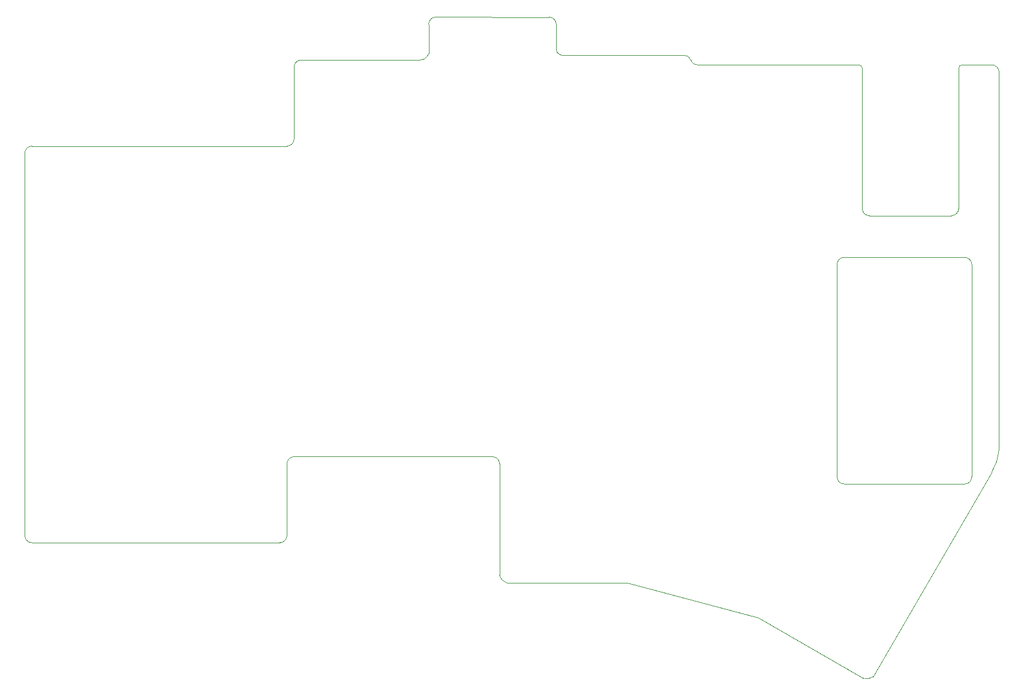
<source format=gm1>
%TF.GenerationSoftware,KiCad,Pcbnew,8.0.5*%
%TF.CreationDate,2025-01-25T20:12:58+02:00*%
%TF.ProjectId,1_3A,315f3341-2e6b-4696-9361-645f70636258,rev?*%
%TF.SameCoordinates,Original*%
%TF.FileFunction,Profile,NP*%
%FSLAX46Y46*%
G04 Gerber Fmt 4.6, Leading zero omitted, Abs format (unit mm)*
G04 Created by KiCad (PCBNEW 8.0.5) date 2025-01-25 20:12:58*
%MOMM*%
%LPD*%
G01*
G04 APERTURE LIST*
%TA.AperFunction,Profile*%
%ADD10C,0.120000*%
%TD*%
G04 APERTURE END LIST*
D10*
X211963000Y-55616046D02*
X207800000Y-55616046D01*
X113500000Y-55940978D02*
G75*
G02*
X114500000Y-54941000I1000000J-22D01*
G01*
X211963012Y-55615978D02*
G75*
G02*
X213000036Y-56615977I-12J-1037722D01*
G01*
X112500000Y-122083849D02*
G75*
G02*
X111500000Y-123083900I-1000000J-51D01*
G01*
X111500000Y-123083849D02*
X76500000Y-123090978D01*
X170508049Y-55618933D02*
G75*
G02*
X169499966Y-54900007I-105049J918933D01*
G01*
X178980000Y-133700970D02*
X160600000Y-128740970D01*
X141500000Y-110940986D02*
G75*
G02*
X142500014Y-111940986I0J-1000014D01*
G01*
X132500000Y-49911251D02*
G75*
G02*
X133500000Y-48878748I1001900J30151D01*
G01*
X213000000Y-56615978D02*
X213000000Y-109982000D01*
X151648500Y-54258887D02*
X168500000Y-54258887D01*
X195200000Y-142016509D02*
G75*
G02*
X193799979Y-142200045I-845300J1016509D01*
G01*
X142500000Y-127700000D02*
X142500000Y-111940986D01*
X193800000Y-142200000D02*
X178980000Y-133700970D01*
X168500000Y-54258887D02*
G75*
G02*
X169500015Y-54899994I36200J-1044013D01*
G01*
X114500000Y-54940978D02*
X131163500Y-54947478D01*
X170508049Y-55618934D02*
X193200000Y-55616046D01*
X75500000Y-68090978D02*
G75*
G02*
X76500000Y-67091000I1000000J-22D01*
G01*
X211963000Y-113157000D02*
X195200000Y-142016509D01*
X112500000Y-111940903D02*
G75*
G02*
X113500000Y-110940900I1000100J-97D01*
G01*
X151648500Y-54258887D02*
G75*
G02*
X150500028Y-53511869I-200700J947787D01*
G01*
X75500000Y-122090978D02*
X75500000Y-68090978D01*
X143500000Y-128740708D02*
G75*
G02*
X142499994Y-127700002I401300J1386408D01*
G01*
X133500000Y-48878790D02*
X149500000Y-48881690D01*
X113500000Y-66090948D02*
G75*
G02*
X112500000Y-67090900I-999900J-52D01*
G01*
X132500000Y-54006500D02*
X132500000Y-49911256D01*
X112500000Y-122083849D02*
X112500000Y-111940903D01*
X149500000Y-48881690D02*
G75*
G02*
X150500010Y-49883355I-800J-1000810D01*
G01*
X76500000Y-123090978D02*
G75*
G02*
X75500022Y-122090978I0J999978D01*
G01*
X76500000Y-67090978D02*
X112500000Y-67090978D01*
X160600000Y-128740970D02*
X143500000Y-128740708D01*
X132500000Y-54006500D02*
G75*
G02*
X131163500Y-54947480I-1215300J306500D01*
G01*
X150500000Y-49883355D02*
X150500000Y-53511875D01*
X141500000Y-110940986D02*
X113500000Y-110940986D01*
X113500000Y-66090948D02*
X113500000Y-55940978D01*
X213000000Y-109982000D02*
G75*
G02*
X211962989Y-113156993I-7260000J614400D01*
G01*
X190144000Y-113806000D02*
X190144000Y-83806000D01*
X191144000Y-82806000D02*
X208144000Y-82806000D01*
X208144000Y-114806000D02*
X191144000Y-114806000D01*
X209144000Y-83806000D02*
X209144000Y-113806000D01*
X190144000Y-83806000D02*
G75*
G02*
X191144000Y-82806000I1000050J-50D01*
G01*
X191144000Y-114806000D02*
G75*
G02*
X190144000Y-113806000I23J1000023D01*
G01*
X208144000Y-82806000D02*
G75*
G02*
X209144000Y-83806000I0J-1000000D01*
G01*
X209144000Y-113806000D02*
G75*
G02*
X208144000Y-114806000I-999950J-50D01*
G01*
X193700000Y-56116046D02*
X193700000Y-75916046D01*
X194700000Y-76916046D02*
X206300000Y-76916046D01*
X207300000Y-75916046D02*
X207300000Y-56116046D01*
X193200000Y-55616046D02*
G75*
G02*
X193700000Y-56116046I0J-500000D01*
G01*
X194700000Y-76916046D02*
G75*
G02*
X193700000Y-75916046I0J1000000D01*
G01*
X207300000Y-56116046D02*
G75*
G02*
X207800000Y-55616046I499998J2D01*
G01*
X207300000Y-75916046D02*
G75*
G02*
X206300000Y-76916046I-999999J-1D01*
G01*
M02*

</source>
